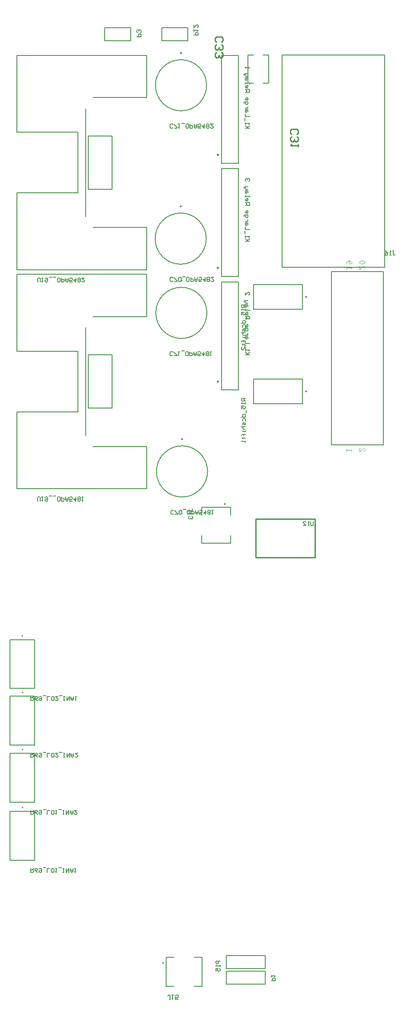
<source format=gbo>
G04*
G04 #@! TF.GenerationSoftware,Altium Limited,Altium Designer,20.0.12 (288)*
G04*
G04 Layer_Color=32896*
%FSLAX25Y25*%
%MOIN*%
G70*
G01*
G75*
%ADD11C,0.00787*%
%ADD12C,0.00500*%
%ADD13C,0.00600*%
%ADD16C,0.01000*%
%ADD17C,0.00591*%
%ADD18C,0.00591*%
%ADD113C,0.00945*%
%ADD114C,0.00787*%
G36*
X271273Y417010D02*
X271294Y417006D01*
X271316Y416999D01*
X271330Y416992D01*
X271341Y416985D01*
X271344Y416981D01*
X271348Y416978D01*
X271362Y416963D01*
X271376Y416946D01*
X271387Y416913D01*
X271391Y416899D01*
X271394Y416888D01*
Y416878D01*
X271391Y416856D01*
X271387Y416834D01*
X271373Y416806D01*
X271355Y416784D01*
X271352Y416781D01*
X271348Y416777D01*
X271330Y416763D01*
X271308Y416756D01*
X271262Y416741D01*
X271240D01*
X271223Y416738D01*
X271212D01*
X271208D01*
X271097D01*
Y414583D01*
X271115D01*
X271223Y414704D01*
X271337Y414830D01*
X271455Y414962D01*
X271581Y415095D01*
X271831Y415363D01*
X271956Y415492D01*
X272075Y415617D01*
X272189Y415735D01*
X272293Y415843D01*
X272386Y415940D01*
X272429Y415982D01*
X272468Y416022D01*
X272504Y416058D01*
X272536Y416093D01*
X272565Y416118D01*
X272587Y416144D01*
X272604Y416161D01*
X272619Y416176D01*
X272626Y416183D01*
X272629Y416187D01*
X272701Y416258D01*
X272766Y416323D01*
X272826Y416383D01*
X272884Y416437D01*
X272934Y416487D01*
X272980Y416530D01*
X273023Y416573D01*
X273063Y416605D01*
X273095Y416638D01*
X273127Y416663D01*
X273149Y416684D01*
X273170Y416702D01*
X273184Y416713D01*
X273199Y416723D01*
X273202Y416731D01*
X273206D01*
X273277Y416784D01*
X273342Y416831D01*
X273403Y416867D01*
X273457Y416899D01*
X273499Y416920D01*
X273532Y416938D01*
X273553Y416946D01*
X273560Y416949D01*
X273621Y416970D01*
X273682Y416985D01*
X273743Y416999D01*
X273797Y417006D01*
X273847Y417010D01*
X273883Y417014D01*
X273897D01*
X273908D01*
X273911D01*
X273915D01*
X274001Y417010D01*
X274083Y416996D01*
X274162Y416978D01*
X274237Y416953D01*
X274309Y416924D01*
X274377Y416892D01*
X274441Y416860D01*
X274498Y416824D01*
X274552Y416788D01*
X274599Y416756D01*
X274638Y416723D01*
X274674Y416695D01*
X274702Y416670D01*
X274720Y416652D01*
X274735Y416638D01*
X274738Y416634D01*
X274803Y416562D01*
X274860Y416487D01*
X274906Y416412D01*
X274949Y416337D01*
X274985Y416258D01*
X275014Y416183D01*
X275039Y416111D01*
X275057Y416043D01*
X275071Y415979D01*
X275085Y415922D01*
X275093Y415868D01*
X275096Y415821D01*
X275100Y415786D01*
X275103Y415761D01*
Y415675D01*
X275096Y415617D01*
X275078Y415499D01*
X275053Y415392D01*
X275039Y415345D01*
X275025Y415299D01*
X275010Y415256D01*
X274996Y415216D01*
X274982Y415184D01*
X274971Y415156D01*
X274960Y415134D01*
X274953Y415116D01*
X274949Y415105D01*
X274946Y415102D01*
X274881Y414994D01*
X274813Y414898D01*
X274738Y414815D01*
X274706Y414776D01*
X274670Y414744D01*
X274638Y414715D01*
X274609Y414690D01*
X274581Y414669D01*
X274559Y414651D01*
X274538Y414636D01*
X274523Y414626D01*
X274516Y414622D01*
X274513Y414618D01*
X274463Y414590D01*
X274416Y414561D01*
X274330Y414518D01*
X274258Y414490D01*
X274198Y414468D01*
X274147Y414457D01*
X274112Y414450D01*
X274090Y414447D01*
X274087D01*
X274083D01*
X274047Y414454D01*
X274015Y414465D01*
X273997Y414475D01*
X273993Y414482D01*
X273990D01*
X273968Y414515D01*
X273958Y414547D01*
Y414558D01*
X273954Y414568D01*
Y414579D01*
X273958Y414615D01*
X273972Y414647D01*
X273983Y414665D01*
X273986Y414672D01*
X273997Y414683D01*
X274011Y414694D01*
X274047Y414712D01*
X274061Y414719D01*
X274076Y414722D01*
X274087Y414726D01*
X274090D01*
X274147Y414744D01*
X274201Y414765D01*
X274305Y414819D01*
X274391Y414876D01*
X274434Y414908D01*
X274470Y414941D01*
X274502Y414969D01*
X274531Y414998D01*
X274556Y415023D01*
X274573Y415044D01*
X274591Y415066D01*
X274602Y415080D01*
X274609Y415087D01*
X274613Y415091D01*
X274649Y415145D01*
X274685Y415202D01*
X274710Y415256D01*
X274735Y415313D01*
X274756Y415367D01*
X274774Y415420D01*
X274799Y415524D01*
X274806Y415571D01*
X274813Y415610D01*
X274817Y415650D01*
X274820Y415682D01*
X274824Y415707D01*
Y415743D01*
X274820Y415818D01*
X274813Y415889D01*
X274799Y415957D01*
X274781Y416025D01*
X274760Y416086D01*
X274735Y416144D01*
X274710Y416197D01*
X274685Y416244D01*
X274659Y416290D01*
X274634Y416326D01*
X274609Y416362D01*
X274588Y416391D01*
X274570Y416412D01*
X274556Y416426D01*
X274548Y416437D01*
X274545Y416441D01*
X274491Y416491D01*
X274437Y416537D01*
X274384Y416577D01*
X274330Y416609D01*
X274276Y416638D01*
X274223Y416663D01*
X274172Y416681D01*
X274122Y416698D01*
X274079Y416709D01*
X274037Y416720D01*
X274001Y416727D01*
X273968Y416731D01*
X273943D01*
X273925Y416734D01*
X273911D01*
X273908D01*
X273857Y416731D01*
X273811Y416727D01*
X273764Y416716D01*
X273725Y416709D01*
X273693Y416698D01*
X273664Y416688D01*
X273650Y416684D01*
X273643Y416681D01*
X273592Y416659D01*
X273539Y416630D01*
X273489Y416598D01*
X273439Y416566D01*
X273396Y416534D01*
X273363Y416512D01*
X273342Y416494D01*
X273338Y416487D01*
X273335D01*
X273299Y416459D01*
X273263Y416426D01*
X273220Y416387D01*
X273177Y416348D01*
X273088Y416262D01*
X273002Y416176D01*
X272959Y416136D01*
X272920Y416097D01*
X272884Y416065D01*
X272855Y416033D01*
X272830Y416008D01*
X272812Y415990D01*
X272798Y415975D01*
X272794Y415972D01*
X272501Y415667D01*
X272354Y415517D01*
X272214Y415370D01*
X272078Y415227D01*
X271949Y415091D01*
X271828Y414959D01*
X271713Y414837D01*
X271609Y414726D01*
X271516Y414622D01*
X271434Y414533D01*
X271394Y414493D01*
X271362Y414457D01*
X271334Y414425D01*
X271305Y414393D01*
X271283Y414371D01*
X271266Y414350D01*
X271251Y414332D01*
X271240Y414321D01*
X271233Y414314D01*
X271230Y414311D01*
X270818D01*
Y417017D01*
X271208D01*
X271240D01*
X271273Y417010D01*
D02*
G37*
G36*
X273392Y561445D02*
X273521Y561438D01*
X273582Y561431D01*
X273636Y561424D01*
X273689Y561417D01*
X273736Y561413D01*
X273779Y561406D01*
X273818Y561399D01*
X273850Y561392D01*
X273879Y561384D01*
X273900Y561381D01*
X273915Y561377D01*
X273925Y561374D01*
X273929D01*
X274004Y561352D01*
X274079Y561324D01*
X274155Y561299D01*
X274223Y561270D01*
X274284Y561245D01*
X274309Y561234D01*
X274330Y561223D01*
X274344Y561216D01*
X274359Y561209D01*
X274366Y561205D01*
X274369D01*
X274455Y561166D01*
X274531Y561127D01*
X274591Y561091D01*
X274641Y561059D01*
X274681Y561034D01*
X274706Y561012D01*
X274724Y560998D01*
X274727Y560994D01*
X274792Y560933D01*
X274846Y560873D01*
X274892Y560808D01*
X274932Y560751D01*
X274964Y560701D01*
X274985Y560658D01*
X274992Y560643D01*
X274999Y560633D01*
X275003Y560626D01*
Y560622D01*
X275035Y560539D01*
X275060Y560457D01*
X275078Y560382D01*
X275093Y560310D01*
X275100Y560246D01*
Y560221D01*
X275103Y560199D01*
Y560156D01*
X275100Y560063D01*
X275085Y559974D01*
X275064Y559888D01*
X275039Y559809D01*
X275007Y559734D01*
X274971Y559662D01*
X274935Y559598D01*
X274896Y559541D01*
X274856Y559487D01*
X274820Y559441D01*
X274785Y559401D01*
X274752Y559369D01*
X274727Y559344D01*
X274706Y559322D01*
X274692Y559312D01*
X274688Y559308D01*
X274584Y559233D01*
X274477Y559165D01*
X274359Y559107D01*
X274240Y559061D01*
X274122Y559018D01*
X274004Y558982D01*
X273886Y558954D01*
X273772Y558932D01*
X273668Y558914D01*
X273568Y558900D01*
X273478Y558893D01*
X273403Y558886D01*
X273371Y558882D01*
X273338D01*
X273313Y558878D01*
X273292D01*
X273274D01*
X273263D01*
X273256D01*
X273252D01*
X272562D01*
X272422Y558882D01*
X272297Y558889D01*
X272236Y558896D01*
X272182Y558904D01*
X272128Y558911D01*
X272082Y558918D01*
X272039Y558921D01*
X271999Y558928D01*
X271967Y558936D01*
X271939Y558943D01*
X271917Y558947D01*
X271903Y558950D01*
X271892Y558954D01*
X271888D01*
X271813Y558975D01*
X271734Y559000D01*
X271659Y559029D01*
X271591Y559054D01*
X271534Y559079D01*
X271509Y559090D01*
X271487Y559100D01*
X271470Y559107D01*
X271455Y559115D01*
X271448Y559118D01*
X271445D01*
X271359Y559161D01*
X271287Y559201D01*
X271226Y559236D01*
X271176Y559269D01*
X271137Y559294D01*
X271112Y559312D01*
X271094Y559326D01*
X271090Y559330D01*
X271026Y559390D01*
X270972Y559451D01*
X270925Y559516D01*
X270886Y559573D01*
X270854Y559623D01*
X270832Y559666D01*
X270825Y559680D01*
X270818Y559691D01*
X270814Y559698D01*
Y559702D01*
X270782Y559784D01*
X270757Y559867D01*
X270743Y559945D01*
X270728Y560017D01*
X270721Y560078D01*
Y560103D01*
X270718Y560124D01*
Y560167D01*
X270721Y560260D01*
X270736Y560350D01*
X270757Y560436D01*
X270782Y560514D01*
X270814Y560590D01*
X270847Y560661D01*
X270886Y560726D01*
X270925Y560783D01*
X270961Y560837D01*
X271001Y560883D01*
X271033Y560923D01*
X271065Y560955D01*
X271090Y560980D01*
X271112Y561001D01*
X271126Y561012D01*
X271129Y561016D01*
X271233Y561091D01*
X271341Y561159D01*
X271459Y561216D01*
X271577Y561266D01*
X271695Y561309D01*
X271813Y561341D01*
X271931Y561370D01*
X272042Y561395D01*
X272150Y561413D01*
X272247Y561427D01*
X272336Y561435D01*
X272411Y561442D01*
X272443Y561445D01*
X272476D01*
X272501Y561449D01*
X272522D01*
X272540D01*
X272551D01*
X272558D01*
X272562D01*
X273252D01*
X273392Y561445D01*
D02*
G37*
G36*
X271273Y557289D02*
X271294Y557285D01*
X271316Y557278D01*
X271330Y557271D01*
X271341Y557264D01*
X271344Y557260D01*
X271348Y557257D01*
X271362Y557242D01*
X271376Y557225D01*
X271387Y557192D01*
X271391Y557178D01*
X271394Y557167D01*
Y557157D01*
X271391Y557135D01*
X271387Y557114D01*
X271373Y557085D01*
X271355Y557063D01*
X271352Y557060D01*
X271348Y557056D01*
X271330Y557042D01*
X271308Y557035D01*
X271262Y557020D01*
X271240D01*
X271223Y557017D01*
X271212D01*
X271208D01*
X271097D01*
Y554862D01*
X271115D01*
X271223Y554983D01*
X271337Y555109D01*
X271455Y555241D01*
X271581Y555374D01*
X271831Y555642D01*
X271956Y555771D01*
X272075Y555896D01*
X272189Y556014D01*
X272293Y556122D01*
X272386Y556218D01*
X272429Y556261D01*
X272468Y556301D01*
X272504Y556337D01*
X272536Y556372D01*
X272565Y556397D01*
X272587Y556423D01*
X272604Y556440D01*
X272619Y556455D01*
X272626Y556462D01*
X272629Y556465D01*
X272701Y556537D01*
X272766Y556602D01*
X272826Y556662D01*
X272884Y556716D01*
X272934Y556766D01*
X272980Y556809D01*
X273023Y556852D01*
X273063Y556884D01*
X273095Y556917D01*
X273127Y556942D01*
X273149Y556963D01*
X273170Y556981D01*
X273184Y556992D01*
X273199Y557002D01*
X273202Y557010D01*
X273206D01*
X273277Y557063D01*
X273342Y557110D01*
X273403Y557146D01*
X273457Y557178D01*
X273499Y557199D01*
X273532Y557217D01*
X273553Y557225D01*
X273560Y557228D01*
X273621Y557249D01*
X273682Y557264D01*
X273743Y557278D01*
X273797Y557285D01*
X273847Y557289D01*
X273883Y557293D01*
X273897D01*
X273908D01*
X273911D01*
X273915D01*
X274001Y557289D01*
X274083Y557275D01*
X274162Y557257D01*
X274237Y557232D01*
X274309Y557203D01*
X274377Y557171D01*
X274441Y557139D01*
X274498Y557103D01*
X274552Y557067D01*
X274599Y557035D01*
X274638Y557002D01*
X274674Y556974D01*
X274702Y556949D01*
X274720Y556931D01*
X274735Y556917D01*
X274738Y556913D01*
X274803Y556841D01*
X274860Y556766D01*
X274906Y556691D01*
X274949Y556616D01*
X274985Y556537D01*
X275014Y556462D01*
X275039Y556390D01*
X275057Y556322D01*
X275071Y556258D01*
X275085Y556201D01*
X275093Y556147D01*
X275096Y556100D01*
X275100Y556065D01*
X275103Y556039D01*
Y555954D01*
X275096Y555896D01*
X275078Y555778D01*
X275053Y555671D01*
X275039Y555624D01*
X275025Y555578D01*
X275010Y555535D01*
X274996Y555495D01*
X274982Y555463D01*
X274971Y555435D01*
X274960Y555413D01*
X274953Y555395D01*
X274949Y555384D01*
X274946Y555381D01*
X274881Y555273D01*
X274813Y555177D01*
X274738Y555094D01*
X274706Y555055D01*
X274670Y555023D01*
X274638Y554994D01*
X274609Y554969D01*
X274581Y554948D01*
X274559Y554930D01*
X274538Y554915D01*
X274523Y554905D01*
X274516Y554901D01*
X274513Y554897D01*
X274463Y554869D01*
X274416Y554840D01*
X274330Y554797D01*
X274258Y554769D01*
X274198Y554747D01*
X274147Y554736D01*
X274112Y554729D01*
X274090Y554726D01*
X274087D01*
X274083D01*
X274047Y554733D01*
X274015Y554743D01*
X273997Y554754D01*
X273993Y554761D01*
X273990D01*
X273968Y554794D01*
X273958Y554826D01*
Y554837D01*
X273954Y554847D01*
Y554858D01*
X273958Y554894D01*
X273972Y554926D01*
X273983Y554944D01*
X273986Y554951D01*
X273997Y554962D01*
X274011Y554973D01*
X274047Y554990D01*
X274061Y554998D01*
X274076Y555001D01*
X274087Y555005D01*
X274090D01*
X274147Y555023D01*
X274201Y555044D01*
X274305Y555098D01*
X274391Y555155D01*
X274434Y555187D01*
X274470Y555220D01*
X274502Y555248D01*
X274531Y555277D01*
X274556Y555302D01*
X274573Y555324D01*
X274591Y555345D01*
X274602Y555359D01*
X274609Y555366D01*
X274613Y555370D01*
X274649Y555424D01*
X274685Y555481D01*
X274710Y555535D01*
X274735Y555592D01*
X274756Y555646D01*
X274774Y555699D01*
X274799Y555803D01*
X274806Y555850D01*
X274813Y555889D01*
X274817Y555929D01*
X274820Y555961D01*
X274824Y555986D01*
Y556022D01*
X274820Y556097D01*
X274813Y556168D01*
X274799Y556236D01*
X274781Y556304D01*
X274760Y556365D01*
X274735Y556423D01*
X274710Y556476D01*
X274685Y556523D01*
X274659Y556569D01*
X274634Y556605D01*
X274609Y556641D01*
X274588Y556670D01*
X274570Y556691D01*
X274556Y556705D01*
X274548Y556716D01*
X274545Y556720D01*
X274491Y556770D01*
X274437Y556816D01*
X274384Y556856D01*
X274330Y556888D01*
X274276Y556917D01*
X274223Y556942D01*
X274172Y556960D01*
X274122Y556978D01*
X274079Y556988D01*
X274037Y556999D01*
X274001Y557006D01*
X273968Y557010D01*
X273943D01*
X273925Y557013D01*
X273911D01*
X273908D01*
X273857Y557010D01*
X273811Y557006D01*
X273764Y556995D01*
X273725Y556988D01*
X273693Y556978D01*
X273664Y556967D01*
X273650Y556963D01*
X273643Y556960D01*
X273592Y556938D01*
X273539Y556909D01*
X273489Y556877D01*
X273439Y556845D01*
X273396Y556813D01*
X273363Y556791D01*
X273342Y556773D01*
X273338Y556766D01*
X273335D01*
X273299Y556738D01*
X273263Y556705D01*
X273220Y556666D01*
X273177Y556627D01*
X273088Y556541D01*
X273002Y556455D01*
X272959Y556415D01*
X272920Y556376D01*
X272884Y556344D01*
X272855Y556312D01*
X272830Y556286D01*
X272812Y556269D01*
X272798Y556254D01*
X272794Y556251D01*
X272501Y555946D01*
X272354Y555796D01*
X272214Y555649D01*
X272078Y555506D01*
X271949Y555370D01*
X271828Y555238D01*
X271713Y555116D01*
X271609Y555005D01*
X271516Y554901D01*
X271434Y554811D01*
X271394Y554772D01*
X271362Y554736D01*
X271334Y554704D01*
X271305Y554672D01*
X271283Y554650D01*
X271266Y554629D01*
X271251Y554611D01*
X271240Y554600D01*
X271233Y554593D01*
X271230Y554590D01*
X270818D01*
Y557296D01*
X271208D01*
X271240D01*
X271273Y557289D01*
D02*
G37*
G36*
X260979Y416878D02*
X261001Y416874D01*
X261029Y416860D01*
X261051Y416842D01*
X261058Y416838D01*
Y416834D01*
X261072Y416817D01*
X261079Y416795D01*
X261094Y416749D01*
Y416727D01*
X261097Y416709D01*
Y415735D01*
X265057D01*
X264652Y414454D01*
X264641Y414425D01*
X264631Y414400D01*
X264620Y414382D01*
X264613Y414368D01*
X264606Y414357D01*
X264598Y414350D01*
X264595Y414343D01*
X264563Y414325D01*
X264534Y414314D01*
X264509Y414311D01*
X264506D01*
X264502D01*
X264480Y414314D01*
X264462Y414318D01*
X264430Y414332D01*
X264409Y414343D01*
X264405Y414350D01*
X264402D01*
X264387Y414368D01*
X264380Y414382D01*
X264366Y414414D01*
X264362Y414436D01*
Y414454D01*
X264366Y414472D01*
X264373Y414504D01*
Y414518D01*
X264377Y414529D01*
X264380Y414536D01*
Y414540D01*
X264670Y415456D01*
X261097D01*
Y414461D01*
X261090Y414432D01*
X261087Y414407D01*
X261079Y414389D01*
X261072Y414371D01*
X261065Y414361D01*
X261062Y414357D01*
X261058Y414354D01*
X261044Y414339D01*
X261026Y414328D01*
X260994Y414318D01*
X260979Y414314D01*
X260968Y414311D01*
X260961D01*
X260958D01*
X260936Y414314D01*
X260915Y414318D01*
X260886Y414332D01*
X260865Y414346D01*
X260861Y414354D01*
X260857D01*
X260843Y414371D01*
X260836Y414393D01*
X260822Y414443D01*
Y414465D01*
X260818Y414479D01*
Y416695D01*
X260822Y416727D01*
X260825Y416759D01*
X260832Y416781D01*
X260840Y416802D01*
X260847Y416817D01*
X260850Y416827D01*
X260857Y416831D01*
Y416834D01*
X260872Y416849D01*
X260890Y416863D01*
X260922Y416874D01*
X260936Y416878D01*
X260947Y416881D01*
X260954D01*
X260958D01*
X260979Y416878D01*
D02*
G37*
G36*
X262977Y561410D02*
X263113Y561402D01*
X263245Y561392D01*
X263367Y561377D01*
X263485Y561359D01*
X263596Y561341D01*
X263700Y561320D01*
X263793Y561302D01*
X263879Y561281D01*
X263954Y561259D01*
X264019Y561241D01*
X264076Y561223D01*
X264119Y561209D01*
X264151Y561198D01*
X264169Y561191D01*
X264176Y561188D01*
X264258Y561155D01*
X264334Y561116D01*
X264409Y561080D01*
X264473Y561041D01*
X264534Y560998D01*
X264591Y560958D01*
X264641Y560919D01*
X264688Y560880D01*
X264731Y560844D01*
X264767Y560808D01*
X264795Y560779D01*
X264821Y560754D01*
X264838Y560729D01*
X264853Y560715D01*
X264860Y560704D01*
X264863Y560701D01*
X264906Y560643D01*
X264942Y560582D01*
X264974Y560522D01*
X265003Y560461D01*
X265024Y560400D01*
X265046Y560343D01*
X265060Y560289D01*
X265075Y560235D01*
X265082Y560189D01*
X265089Y560142D01*
X265096Y560106D01*
X265100Y560071D01*
X265103Y560042D01*
Y560006D01*
X265100Y559909D01*
X265085Y559816D01*
X265064Y559730D01*
X265039Y559648D01*
X265007Y559573D01*
X264971Y559501D01*
X264932Y559437D01*
X264892Y559380D01*
X264853Y559330D01*
X264813Y559283D01*
X264777Y559244D01*
X264745Y559211D01*
X264720Y559186D01*
X264699Y559168D01*
X264685Y559158D01*
X264681Y559154D01*
X264602Y559100D01*
X264520Y559050D01*
X264437Y559007D01*
X264355Y558972D01*
X264276Y558943D01*
X264198Y558918D01*
X264122Y558896D01*
X264054Y558878D01*
X263986Y558864D01*
X263929Y558857D01*
X263875Y558850D01*
X263829Y558843D01*
X263793D01*
X263764Y558839D01*
X263750D01*
X263743D01*
X263679Y558843D01*
X263614Y558846D01*
X263489Y558864D01*
X263374Y558889D01*
X263324Y558904D01*
X263274Y558918D01*
X263231Y558932D01*
X263192Y558947D01*
X263156Y558961D01*
X263127Y558972D01*
X263102Y558982D01*
X263084Y558989D01*
X263073Y558997D01*
X263070D01*
X263013Y559029D01*
X262955Y559061D01*
X262905Y559097D01*
X262859Y559133D01*
X262812Y559168D01*
X262773Y559204D01*
X262737Y559240D01*
X262705Y559272D01*
X262676Y559304D01*
X262651Y559337D01*
X262630Y559362D01*
X262612Y559383D01*
X262597Y559405D01*
X262587Y559419D01*
X262583Y559426D01*
X262579Y559430D01*
X262551Y559480D01*
X262526Y559534D01*
X262483Y559634D01*
X262454Y559727D01*
X262436Y559813D01*
X262429Y559852D01*
X262422Y559884D01*
X262418Y559917D01*
Y559942D01*
X262415Y559963D01*
Y559992D01*
X262418Y560049D01*
X262422Y560106D01*
X262443Y560217D01*
X262476Y560321D01*
X262493Y560368D01*
X262511Y560414D01*
X262526Y560454D01*
X262544Y560489D01*
X262561Y560522D01*
X262576Y560550D01*
X262587Y560572D01*
X262597Y560586D01*
X262601Y560597D01*
X262604Y560600D01*
X262644Y560658D01*
X262683Y560708D01*
X262776Y560808D01*
X262873Y560897D01*
X262966Y560973D01*
X263013Y561005D01*
X263052Y561034D01*
X263088Y561059D01*
X263120Y561080D01*
X263149Y561098D01*
X263166Y561109D01*
X263181Y561116D01*
X263184Y561120D01*
X263095Y561123D01*
X263016Y561127D01*
X262948D01*
X262891Y561130D01*
X262848D01*
X262816D01*
X262798D01*
X262791D01*
X262647Y561123D01*
X262515Y561109D01*
X262386Y561084D01*
X262264Y561052D01*
X262150Y561012D01*
X262046Y560969D01*
X261946Y560923D01*
X261860Y560876D01*
X261777Y560829D01*
X261709Y560783D01*
X261649Y560740D01*
X261598Y560701D01*
X261559Y560668D01*
X261530Y560643D01*
X261513Y560629D01*
X261505Y560622D01*
X261416Y560525D01*
X261337Y560425D01*
X261269Y560321D01*
X261212Y560217D01*
X261162Y560113D01*
X261119Y560013D01*
X261087Y559917D01*
X261058Y559824D01*
X261040Y559734D01*
X261022Y559655D01*
X261011Y559584D01*
X261004Y559523D01*
X261001Y559473D01*
X260997Y559437D01*
Y559405D01*
X261001Y559344D01*
X261008Y559286D01*
X261015Y559233D01*
X261029Y559190D01*
X261040Y559154D01*
X261047Y559126D01*
X261054Y559111D01*
X261058Y559104D01*
X261079Y559054D01*
X261090Y559018D01*
X261094Y559007D01*
Y558968D01*
X261087Y558950D01*
X261076Y558921D01*
X261062Y558900D01*
X261058Y558896D01*
X261054Y558893D01*
X261040Y558878D01*
X261026Y558871D01*
X260994Y558857D01*
X260972Y558853D01*
X260965D01*
X260961D01*
X260933Y558857D01*
X260908Y558868D01*
X260886Y558882D01*
X260865Y558896D01*
X260850Y558911D01*
X260840Y558925D01*
X260832Y558936D01*
X260829Y558939D01*
X260793Y559015D01*
X260764Y559097D01*
X260747Y559176D01*
X260732Y559254D01*
X260725Y559322D01*
X260721Y559351D01*
Y559376D01*
X260718Y559398D01*
Y559426D01*
X260721Y559512D01*
X260729Y559594D01*
X260736Y559677D01*
X260750Y559756D01*
X260764Y559831D01*
X260782Y559902D01*
X260804Y559970D01*
X260822Y560035D01*
X260840Y560092D01*
X260861Y560142D01*
X260879Y560189D01*
X260893Y560228D01*
X260908Y560257D01*
X260918Y560282D01*
X260922Y560296D01*
X260926Y560300D01*
X260990Y560411D01*
X261054Y560514D01*
X261122Y560611D01*
X261158Y560650D01*
X261190Y560690D01*
X261219Y560726D01*
X261248Y560758D01*
X261269Y560787D01*
X261291Y560808D01*
X261309Y560826D01*
X261323Y560840D01*
X261330Y560847D01*
X261334Y560851D01*
X261427Y560937D01*
X261520Y561012D01*
X261606Y561077D01*
X261684Y561130D01*
X261720Y561152D01*
X261752Y561170D01*
X261781Y561188D01*
X261803Y561198D01*
X261824Y561209D01*
X261838Y561216D01*
X261845Y561223D01*
X261849D01*
X261924Y561256D01*
X262003Y561288D01*
X262085Y561313D01*
X262171Y561334D01*
X262336Y561367D01*
X262415Y561381D01*
X262490Y561388D01*
X262561Y561399D01*
X262630Y561402D01*
X262687Y561406D01*
X262737Y561410D01*
X262780Y561413D01*
X262812D01*
X262830D01*
X262837D01*
X262977Y561410D01*
D02*
G37*
G36*
X260979Y557157D02*
X261001Y557153D01*
X261029Y557139D01*
X261051Y557121D01*
X261058Y557117D01*
Y557114D01*
X261072Y557096D01*
X261079Y557074D01*
X261094Y557028D01*
Y557006D01*
X261097Y556988D01*
Y556014D01*
X265057D01*
X264652Y554733D01*
X264641Y554704D01*
X264631Y554679D01*
X264620Y554661D01*
X264613Y554647D01*
X264606Y554636D01*
X264598Y554629D01*
X264595Y554622D01*
X264563Y554604D01*
X264534Y554593D01*
X264509Y554590D01*
X264506D01*
X264502D01*
X264480Y554593D01*
X264462Y554597D01*
X264430Y554611D01*
X264409Y554622D01*
X264405Y554629D01*
X264402D01*
X264387Y554647D01*
X264380Y554661D01*
X264366Y554693D01*
X264362Y554715D01*
Y554733D01*
X264366Y554751D01*
X264373Y554783D01*
Y554797D01*
X264377Y554808D01*
X264380Y554815D01*
Y554819D01*
X264670Y555735D01*
X261097D01*
Y554740D01*
X261090Y554711D01*
X261087Y554686D01*
X261079Y554668D01*
X261072Y554650D01*
X261065Y554640D01*
X261062Y554636D01*
X261058Y554633D01*
X261044Y554618D01*
X261026Y554607D01*
X260994Y554597D01*
X260979Y554593D01*
X260968Y554590D01*
X260961D01*
X260958D01*
X260936Y554593D01*
X260915Y554597D01*
X260886Y554611D01*
X260865Y554625D01*
X260861Y554633D01*
X260857D01*
X260843Y554650D01*
X260836Y554672D01*
X260822Y554722D01*
Y554743D01*
X260818Y554758D01*
Y556974D01*
X260822Y557006D01*
X260825Y557038D01*
X260832Y557060D01*
X260840Y557081D01*
X260847Y557096D01*
X260850Y557106D01*
X260857Y557110D01*
Y557114D01*
X260872Y557128D01*
X260890Y557142D01*
X260922Y557153D01*
X260936Y557157D01*
X260947Y557160D01*
X260954D01*
X260958D01*
X260979Y557157D01*
D02*
G37*
%LPC*%
G36*
X273285Y561170D02*
X273256D01*
X273235D01*
X273220D01*
X273217D01*
X272601D01*
X272483Y561166D01*
X272368Y561159D01*
X272261Y561145D01*
X272153Y561127D01*
X272057Y561109D01*
X271964Y561084D01*
X271878Y561062D01*
X271799Y561037D01*
X271727Y561012D01*
X271663Y560987D01*
X271609Y560962D01*
X271563Y560944D01*
X271527Y560926D01*
X271498Y560912D01*
X271484Y560905D01*
X271477Y560901D01*
X271391Y560851D01*
X271319Y560794D01*
X271255Y560736D01*
X271198Y560676D01*
X271151Y560615D01*
X271112Y560554D01*
X271079Y560493D01*
X271054Y560436D01*
X271036Y560382D01*
X271022Y560328D01*
X271011Y560285D01*
X271004Y560246D01*
X271001Y560214D01*
X270997Y560189D01*
Y560167D01*
X271001Y560081D01*
X271015Y559999D01*
X271033Y559927D01*
X271058Y559863D01*
X271079Y559809D01*
X271087Y559788D01*
X271097Y559770D01*
X271104Y559756D01*
X271112Y559745D01*
X271115Y559741D01*
Y559738D01*
X271147Y559691D01*
X271180Y559648D01*
X271215Y559609D01*
X271244Y559580D01*
X271273Y559555D01*
X271294Y559537D01*
X271308Y559526D01*
X271312Y559523D01*
X271394Y559469D01*
X271484Y559423D01*
X271573Y559380D01*
X271663Y559344D01*
X271702Y559326D01*
X271742Y559312D01*
X271774Y559297D01*
X271803Y559290D01*
X271828Y559279D01*
X271846Y559272D01*
X271856Y559269D01*
X271860D01*
X271989Y559233D01*
X272121Y559204D01*
X272247Y559186D01*
X272304Y559179D01*
X272361Y559172D01*
X272411Y559168D01*
X272458Y559165D01*
X272497Y559161D01*
X272533D01*
X272562Y559158D01*
X272583D01*
X272597D01*
X272601D01*
X273217D01*
X273335Y559161D01*
X273449Y559168D01*
X273557Y559179D01*
X273661Y559197D01*
X273761Y559219D01*
X273854Y559240D01*
X273940Y559265D01*
X274019Y559290D01*
X274090Y559315D01*
X274151Y559337D01*
X274205Y559362D01*
X274251Y559380D01*
X274287Y559398D01*
X274316Y559412D01*
X274330Y559419D01*
X274337Y559423D01*
X274423Y559476D01*
X274498Y559530D01*
X274563Y559591D01*
X274616Y559652D01*
X274663Y559713D01*
X274702Y559773D01*
X274735Y559834D01*
X274763Y559892D01*
X274781Y559945D01*
X274799Y559999D01*
X274810Y560042D01*
X274817Y560081D01*
X274820Y560113D01*
X274824Y560139D01*
Y560160D01*
X274820Y560246D01*
X274806Y560325D01*
X274785Y560400D01*
X274763Y560461D01*
X274742Y560514D01*
X274731Y560536D01*
X274720Y560554D01*
X274713Y560568D01*
X274706Y560579D01*
X274702Y560582D01*
Y560586D01*
X274670Y560636D01*
X274634Y560679D01*
X274602Y560715D01*
X274570Y560747D01*
X274541Y560772D01*
X274520Y560790D01*
X274505Y560801D01*
X274502Y560805D01*
X274419Y560855D01*
X274330Y560901D01*
X274240Y560944D01*
X274151Y560984D01*
X274112Y560998D01*
X274072Y561012D01*
X274040Y561026D01*
X274011Y561037D01*
X273986Y561044D01*
X273968Y561052D01*
X273958Y561055D01*
X273954D01*
X273825Y561094D01*
X273696Y561123D01*
X273571Y561141D01*
X273514Y561148D01*
X273457Y561155D01*
X273406Y561159D01*
X273360Y561163D01*
X273321Y561166D01*
X273285Y561170D01*
D02*
G37*
G36*
X263657Y561066D02*
X263653D01*
X263582Y561030D01*
X263517Y560994D01*
X263460Y560962D01*
X263406Y560930D01*
X263356Y560901D01*
X263313Y560876D01*
X263274Y560851D01*
X263242Y560829D01*
X263210Y560812D01*
X263184Y560794D01*
X263166Y560779D01*
X263149Y560769D01*
X263134Y560758D01*
X263127Y560754D01*
X263124Y560747D01*
X263120D01*
X263045Y560683D01*
X262980Y560618D01*
X262923Y560557D01*
X262880Y560504D01*
X262844Y560457D01*
X262819Y560418D01*
X262808Y560403D01*
X262801Y560393D01*
X262798Y560389D01*
Y560386D01*
X262762Y560314D01*
X262737Y560242D01*
X262719Y560178D01*
X262708Y560117D01*
X262701Y560067D01*
X262694Y560028D01*
Y559995D01*
X262698Y559931D01*
X262708Y559870D01*
X262723Y559813D01*
X262740Y559756D01*
X262787Y559652D01*
X262816Y559605D01*
X262844Y559562D01*
X262869Y559523D01*
X262898Y559491D01*
X262923Y559458D01*
X262945Y559433D01*
X262963Y559415D01*
X262977Y559398D01*
X262987Y559390D01*
X262991Y559387D01*
X263048Y559340D01*
X263109Y559297D01*
X263174Y559262D01*
X263238Y559233D01*
X263299Y559204D01*
X263363Y559183D01*
X263424Y559165D01*
X263485Y559151D01*
X263539Y559140D01*
X263589Y559133D01*
X263635Y559126D01*
X263675Y559122D01*
X263707D01*
X263729Y559118D01*
X263747D01*
X263750D01*
X263836Y559122D01*
X263918Y559129D01*
X263997Y559143D01*
X264069Y559161D01*
X264137Y559179D01*
X264201Y559204D01*
X264258Y559229D01*
X264312Y559254D01*
X264359Y559279D01*
X264402Y559301D01*
X264437Y559326D01*
X264466Y559344D01*
X264488Y559362D01*
X264506Y559376D01*
X264516Y559383D01*
X264520Y559387D01*
X264574Y559441D01*
X264620Y559491D01*
X264659Y559544D01*
X264695Y559598D01*
X264724Y559652D01*
X264749Y559705D01*
X264770Y559756D01*
X264785Y559802D01*
X264799Y559845D01*
X264810Y559888D01*
X264813Y559924D01*
X264821Y559952D01*
Y559977D01*
X264824Y559999D01*
Y560013D01*
X264821Y560078D01*
X264813Y560142D01*
X264803Y560199D01*
X264785Y560257D01*
X264767Y560310D01*
X264745Y560360D01*
X264724Y560407D01*
X264702Y560450D01*
X264677Y560489D01*
X264656Y560525D01*
X264634Y560554D01*
X264616Y560579D01*
X264598Y560600D01*
X264588Y560615D01*
X264581Y560622D01*
X264577Y560626D01*
X264527Y560676D01*
X264466Y560722D01*
X264402Y560765D01*
X264330Y560805D01*
X264255Y560844D01*
X264180Y560880D01*
X264026Y560944D01*
X263951Y560973D01*
X263882Y560998D01*
X263818Y561016D01*
X263764Y561034D01*
X263718Y561048D01*
X263682Y561059D01*
X263661Y561062D01*
X263657Y561066D01*
D02*
G37*
%LPD*%
D11*
X133820Y721326D02*
G03*
X133820Y721326I-591J0D01*
G01*
D02*
G03*
X133820Y721326I-591J0D01*
G01*
X134070Y546169D02*
G03*
X134070Y546169I-591J0D01*
G01*
D02*
G03*
X134070Y546169I-591J0D01*
G01*
X133570Y603326D02*
G03*
X133570Y603326I-591J0D01*
G01*
D02*
G03*
X133570Y603326I-591J0D01*
G01*
X134570Y424168D02*
G03*
X134570Y424168I-591J0D01*
G01*
D02*
G03*
X134570Y424168I-591J0D01*
G01*
X230027Y533576D02*
G03*
X230027Y533576I-394J0D01*
G01*
Y460976D02*
G03*
X230027Y460976I-394J0D01*
G01*
X119755Y21028D02*
G03*
X119755Y21028I-394J0D01*
G01*
X167374Y374294D02*
G03*
X167374Y374294I-394J0D01*
G01*
X11444Y140586D02*
G03*
X11444Y140586I-394J0D01*
G01*
Y185271D02*
G03*
X11444Y185271I-394J0D01*
G01*
Y229267D02*
G03*
X11444Y229267I-394J0D01*
G01*
Y272771D02*
G03*
X11444Y272771I-394J0D01*
G01*
X168066Y16752D02*
X198066D01*
X168066D02*
Y26752D01*
X198066D01*
Y16752D02*
Y26752D01*
X121920Y3016D02*
Y25535D01*
X149440Y3016D02*
Y25535D01*
X121920Y3016D02*
X127845D01*
X143515D02*
X149440D01*
X143515Y25535D02*
X149440D01*
X121920D02*
X127845D01*
X171488Y365810D02*
Y371735D01*
Y344216D02*
Y350141D01*
X148968Y344216D02*
Y350141D01*
Y365810D02*
Y371735D01*
Y344216D02*
X171488D01*
X148968Y371735D02*
X171488D01*
D12*
X152915Y696476D02*
G03*
X152915Y696476I-19685J0D01*
G01*
X153165Y521318D02*
G03*
X153165Y521318I-19685J0D01*
G01*
X152665Y578476D02*
G03*
X152665Y578476I-19685J0D01*
G01*
X153665Y399318D02*
G03*
X153665Y399318I-19685J0D01*
G01*
X200696Y697949D02*
Y719602D01*
X184948Y697949D02*
Y719602D01*
X189279D01*
X196365D02*
X200696D01*
X184948Y697949D02*
X189279D01*
X196365D02*
X200696D01*
X226740Y524087D02*
Y543103D01*
X189220D02*
X226740D01*
X189220Y524087D02*
Y543103D01*
Y524087D02*
X226740D01*
Y451487D02*
Y470503D01*
X189220D02*
X226740D01*
X189220Y451487D02*
Y470503D01*
Y451487D02*
X226740D01*
D13*
X289992Y556383D02*
Y719768D01*
X211252Y556383D02*
Y719768D01*
Y556383D02*
X289992D01*
X211252Y719768D02*
X289992D01*
X167972Y4843D02*
Y14842D01*
Y4843D02*
X197972D01*
Y14842D01*
X167972D02*
X197972D01*
X118480Y730876D02*
X138480D01*
X118480D02*
Y740876D01*
X138480D01*
Y730876D02*
Y740876D01*
X74480Y730876D02*
X94480D01*
X74480D02*
Y740876D01*
X94480D01*
Y730876D02*
Y740876D01*
X1523Y137692D02*
X20539D01*
X1523Y100172D02*
Y137692D01*
Y100172D02*
X20539D01*
Y137692D01*
X1523Y182377D02*
X20539D01*
X1523Y144858D02*
Y182377D01*
Y144858D02*
X20539D01*
Y182377D01*
X1523Y226373D02*
X20539D01*
X1523Y188854D02*
Y226373D01*
Y188854D02*
X20539D01*
Y226373D01*
X1523Y269877D02*
X20539D01*
X1523Y232358D02*
Y269877D01*
Y232358D02*
X20539D01*
Y269877D01*
X164480Y461976D02*
X177480D01*
X164480D02*
Y544976D01*
X177480D01*
Y461976D02*
Y544976D01*
X164480Y636476D02*
X177480D01*
X164480D02*
Y719476D01*
X177480D01*
Y636476D02*
Y719476D01*
X164480Y549476D02*
X177480D01*
X164480D02*
Y632476D01*
X177480D01*
Y549476D02*
Y632476D01*
X65423Y686976D02*
X106880D01*
X59951Y595519D02*
Y678432D01*
X6880Y660263D02*
Y719476D01*
Y660263D02*
X53770D01*
Y613688D02*
Y660263D01*
X6880Y613688D02*
X53770D01*
X6880Y554476D02*
Y613688D01*
Y554476D02*
X106880D01*
Y586976D01*
X65423D02*
X106880D01*
Y686976D02*
Y719476D01*
X6880D02*
X106880D01*
X80180Y616476D02*
Y657476D01*
X61680Y616476D02*
X80180D01*
X61680D02*
Y657476D01*
X80180D01*
X65423Y518476D02*
X106880D01*
X59951Y427019D02*
Y509932D01*
X6880Y491763D02*
Y550976D01*
Y491763D02*
X53770D01*
Y445188D02*
Y491763D01*
X6880Y445188D02*
X53770D01*
X6880Y385976D02*
Y445188D01*
Y385976D02*
X106880D01*
Y418476D01*
X65423D02*
X106880D01*
Y518476D02*
Y550976D01*
X6880D02*
X106880D01*
X80180Y447976D02*
Y488976D01*
X61680Y447976D02*
X80180D01*
X61680D02*
Y488976D01*
X80180D01*
D16*
X190934Y333188D02*
X236603D01*
Y362715D01*
X190934D02*
X236603D01*
X190934Y333188D02*
Y362715D01*
X160574Y729627D02*
X159574Y730627D01*
Y732626D01*
X160574Y733626D01*
X164572D01*
X165572Y732626D01*
Y730627D01*
X164572Y729627D01*
X160574Y727628D02*
X159574Y726628D01*
Y724628D01*
X160574Y723629D01*
X161573D01*
X162573Y724628D01*
Y725628D01*
Y724628D01*
X163573Y723629D01*
X164572D01*
X165572Y724628D01*
Y726628D01*
X164572Y727628D01*
X160574Y721629D02*
X159574Y720630D01*
Y718630D01*
X160574Y717631D01*
X161573D01*
X162573Y718630D01*
Y719630D01*
Y718630D01*
X163573Y717631D01*
X164572D01*
X165572Y718630D01*
Y720630D01*
X164572Y721629D01*
X218374Y658927D02*
X217374Y659927D01*
Y661926D01*
X218374Y662926D01*
X222372D01*
X223372Y661926D01*
Y659927D01*
X222372Y658927D01*
X218374Y656927D02*
X217374Y655928D01*
Y653929D01*
X218374Y652929D01*
X219373D01*
X220373Y653929D01*
Y654928D01*
Y653929D01*
X221373Y652929D01*
X222372D01*
X223372Y653929D01*
Y655928D01*
X222372Y656927D01*
X223372Y650929D02*
Y648930D01*
Y649930D01*
X217374D01*
X218374Y650929D01*
D17*
X163291Y22540D02*
X160143D01*
Y20966D01*
X160668Y20441D01*
X161717D01*
X162242Y20966D01*
Y22540D01*
X163291Y19392D02*
Y18342D01*
Y18867D01*
X160143D01*
X160668Y19392D01*
X160143Y14669D02*
Y16768D01*
X161717D01*
X161192Y15718D01*
Y15193D01*
X161717Y14669D01*
X162767D01*
X163291Y15193D01*
Y16243D01*
X162767Y16768D01*
D18*
X235165Y360845D02*
Y358221D01*
X234640Y357696D01*
X233591D01*
X233066Y358221D01*
Y360845D01*
X232017Y357696D02*
X230967D01*
X231492D01*
Y360845D01*
X232017Y360320D01*
X227294Y357696D02*
X229393D01*
X227294Y359795D01*
Y360320D01*
X227818Y360845D01*
X228868D01*
X229393Y360320D01*
X296159Y568999D02*
X297209D01*
X296684D01*
Y566375D01*
X297209Y565850D01*
X297733D01*
X298258Y566375D01*
X295110Y565850D02*
X294060D01*
X294585D01*
Y568999D01*
X295110Y568474D01*
X290387Y568999D02*
X291436Y568474D01*
X292486Y567425D01*
Y566375D01*
X291961Y565850D01*
X290912D01*
X290387Y566375D01*
Y566900D01*
X290912Y567425D01*
X292486D01*
X127039Y664014D02*
X126514Y663490D01*
X125464D01*
X124940Y664014D01*
Y666114D01*
X125464Y666638D01*
X126514D01*
X127039Y666114D01*
X128088Y663490D02*
X130187D01*
Y664014D01*
X128088Y666114D01*
Y666638D01*
X131237D02*
X132286D01*
X131762D01*
Y663490D01*
X131237Y664014D01*
X133861Y667163D02*
X135960D01*
X138583Y663490D02*
X137534D01*
X137009Y664014D01*
Y666114D01*
X137534Y666638D01*
X138583D01*
X139108Y666114D01*
Y664014D01*
X138583Y663490D01*
X140158Y666638D02*
Y663490D01*
X141732D01*
X142257Y664014D01*
Y665064D01*
X141732Y665589D01*
X140158D01*
X143306Y666638D02*
Y664539D01*
X144356Y663490D01*
X145405Y664539D01*
Y666638D01*
Y665064D01*
X143306D01*
X148554Y663490D02*
X146455D01*
Y665064D01*
X147504Y664539D01*
X148029D01*
X148554Y665064D01*
Y666114D01*
X148029Y666638D01*
X146980D01*
X146455Y666114D01*
X151178Y666638D02*
Y663490D01*
X149603Y665064D01*
X151702D01*
X152752Y664014D02*
X153277Y663490D01*
X154326D01*
X154851Y664014D01*
Y664539D01*
X154326Y665064D01*
X154851Y665589D01*
Y666114D01*
X154326Y666638D01*
X153277D01*
X152752Y666114D01*
Y665589D01*
X153277Y665064D01*
X152752Y664539D01*
Y664014D01*
X153277Y665064D02*
X154326D01*
X158000Y666638D02*
X155901D01*
X158000Y664539D01*
Y664014D01*
X157475Y663490D01*
X156425D01*
X155901Y664014D01*
X126814Y488857D02*
X126289Y488332D01*
X125239D01*
X124715Y488857D01*
Y490956D01*
X125239Y491481D01*
X126289D01*
X126814Y490956D01*
X127863Y488332D02*
X129962D01*
Y488857D01*
X127863Y490956D01*
Y491481D01*
X131012D02*
X132061D01*
X131537D01*
Y488332D01*
X131012Y488857D01*
X133636Y492006D02*
X135735D01*
X138358Y488332D02*
X137309D01*
X136784Y488857D01*
Y490956D01*
X137309Y491481D01*
X138358D01*
X138883Y490956D01*
Y488857D01*
X138358Y488332D01*
X139933Y491481D02*
Y488332D01*
X141507D01*
X142032Y488857D01*
Y489907D01*
X141507Y490431D01*
X139933D01*
X143081Y491481D02*
Y489382D01*
X144131Y488332D01*
X145180Y489382D01*
Y491481D01*
Y489907D01*
X143081D01*
X148329Y488332D02*
X146230D01*
Y489907D01*
X147280Y489382D01*
X147804D01*
X148329Y489907D01*
Y490956D01*
X147804Y491481D01*
X146755D01*
X146230Y490956D01*
X150953Y491481D02*
Y488332D01*
X149379Y489907D01*
X151478D01*
X152527Y488857D02*
X153052Y488332D01*
X154101D01*
X154626Y488857D01*
Y489382D01*
X154101Y489907D01*
X154626Y490431D01*
Y490956D01*
X154101Y491481D01*
X153052D01*
X152527Y490956D01*
Y490431D01*
X153052Y489907D01*
X152527Y489382D01*
Y488857D01*
X153052Y489907D02*
X154101D01*
X155676Y491481D02*
X156725D01*
X156201D01*
Y488332D01*
X155676Y488857D01*
X127026Y546014D02*
X126501Y545490D01*
X125452D01*
X124927Y546014D01*
Y548114D01*
X125452Y548638D01*
X126501D01*
X127026Y548114D01*
X128076Y545490D02*
X130175D01*
Y546014D01*
X128076Y548114D01*
Y548638D01*
X131224Y546014D02*
X131749Y545490D01*
X132799D01*
X133323Y546014D01*
Y548114D01*
X132799Y548638D01*
X131749D01*
X131224Y548114D01*
Y546014D01*
X134373Y549163D02*
X136472D01*
X139096Y545490D02*
X138046D01*
X137521Y546014D01*
Y548114D01*
X138046Y548638D01*
X139096D01*
X139620Y548114D01*
Y546014D01*
X139096Y545490D01*
X140670Y548638D02*
Y545490D01*
X142244D01*
X142769Y546014D01*
Y547064D01*
X142244Y547589D01*
X140670D01*
X143818Y548638D02*
Y546539D01*
X144868Y545490D01*
X145918Y546539D01*
Y548638D01*
Y547064D01*
X143818D01*
X149066Y545490D02*
X146967D01*
Y547064D01*
X148017Y546539D01*
X148541D01*
X149066Y547064D01*
Y548114D01*
X148541Y548638D01*
X147492D01*
X146967Y548114D01*
X151690Y548638D02*
Y545490D01*
X150116Y547064D01*
X152215D01*
X153264Y546014D02*
X153789Y545490D01*
X154839D01*
X155363Y546014D01*
Y546539D01*
X154839Y547064D01*
X155363Y547589D01*
Y548114D01*
X154839Y548638D01*
X153789D01*
X153264Y548114D01*
Y547589D01*
X153789Y547064D01*
X153264Y546539D01*
Y546014D01*
X153789Y547064D02*
X154839D01*
X158512Y548638D02*
X156413D01*
X158512Y546539D01*
Y546014D01*
X157987Y545490D01*
X156938D01*
X156413Y546014D01*
X127551Y366857D02*
X127026Y366332D01*
X125977D01*
X125452Y366857D01*
Y368956D01*
X125977Y369481D01*
X127026D01*
X127551Y368956D01*
X128601Y366332D02*
X130700D01*
Y366857D01*
X128601Y368956D01*
Y369481D01*
X131749Y366857D02*
X132274Y366332D01*
X133324D01*
X133848Y366857D01*
Y368956D01*
X133324Y369481D01*
X132274D01*
X131749Y368956D01*
Y366857D01*
X134898Y370006D02*
X136997D01*
X139621Y366332D02*
X138571D01*
X138046Y366857D01*
Y368956D01*
X138571Y369481D01*
X139621D01*
X140146Y368956D01*
Y366857D01*
X139621Y366332D01*
X141195Y369481D02*
Y366332D01*
X142769D01*
X143294Y366857D01*
Y367906D01*
X142769Y368431D01*
X141195D01*
X144344Y369481D02*
Y367382D01*
X145393Y366332D01*
X146443Y367382D01*
Y369481D01*
Y367906D01*
X144344D01*
X149591Y366332D02*
X147492D01*
Y367906D01*
X148542Y367382D01*
X149066D01*
X149591Y367906D01*
Y368956D01*
X149066Y369481D01*
X148017D01*
X147492Y368956D01*
X152215Y369481D02*
Y366332D01*
X150641Y367906D01*
X152740D01*
X153789Y366857D02*
X154314Y366332D01*
X155364D01*
X155888Y366857D01*
Y367382D01*
X155364Y367906D01*
X155888Y368431D01*
Y368956D01*
X155364Y369481D01*
X154314D01*
X153789Y368956D01*
Y368431D01*
X154314Y367906D01*
X153789Y367382D01*
Y366857D01*
X154314Y367906D02*
X155364D01*
X156938Y369481D02*
X157987D01*
X157463D01*
Y366332D01*
X156938Y366857D01*
X125191Y-6848D02*
X124141D01*
X124666D01*
Y-4224D01*
X124141Y-3699D01*
X123616D01*
X123092Y-4224D01*
X126240Y-3699D02*
X127290D01*
X126765D01*
Y-6848D01*
X126240Y-6323D01*
X130963Y-6848D02*
X128864D01*
Y-5273D01*
X129914Y-5798D01*
X130438D01*
X130963Y-5273D01*
Y-4224D01*
X130438Y-3699D01*
X129389D01*
X128864Y-4224D01*
X139104Y368465D02*
Y369514D01*
Y368989D01*
X141728D01*
X142253Y369514D01*
Y370039D01*
X141728Y370564D01*
X142253Y367415D02*
Y366366D01*
Y366890D01*
X139104D01*
X139629Y367415D01*
Y364791D02*
X139104Y364267D01*
Y363217D01*
X139629Y362692D01*
X140154D01*
X140679Y363217D01*
Y363742D01*
Y363217D01*
X141204Y362692D01*
X141728D01*
X142253Y363217D01*
Y364267D01*
X141728Y364791D01*
X182942Y527554D02*
X179794D01*
Y525979D01*
X180319Y525454D01*
X181368D01*
X181893Y525979D01*
Y527554D01*
Y526504D02*
X182942Y525454D01*
Y524405D02*
Y523355D01*
Y523880D01*
X179794D01*
X180319Y524405D01*
X179794Y519682D02*
Y521781D01*
X181368D01*
X180843Y520731D01*
Y520207D01*
X181368Y519682D01*
X182418D01*
X182942Y520207D01*
Y521256D01*
X182418Y521781D01*
X183467Y518633D02*
Y516533D01*
X179794Y513385D02*
X182942D01*
Y514959D01*
X182418Y515484D01*
X181368D01*
X180843Y514959D01*
Y513385D01*
Y510236D02*
Y511811D01*
X181368Y512335D01*
X182418D01*
X182942Y511811D01*
Y510236D01*
Y509187D02*
Y507612D01*
X182418Y507088D01*
X181893Y507612D01*
Y508662D01*
X181368Y509187D01*
X180843Y508662D01*
Y507088D01*
X179794Y506038D02*
X182942D01*
X181368D01*
X180843Y505513D01*
Y504464D01*
X181368Y503939D01*
X182942D01*
Y502890D02*
Y501840D01*
Y502365D01*
X180843D01*
Y502890D01*
X182942Y499741D02*
X180319D01*
X181368D01*
Y500266D01*
Y499216D01*
Y499741D01*
X180319D01*
X179794Y499216D01*
X180319Y497117D02*
X180843D01*
Y497642D01*
Y496592D01*
Y497117D01*
X182418D01*
X182942Y496592D01*
Y492919D02*
Y495018D01*
X180843Y492919D01*
X180319D01*
X179794Y493444D01*
Y494493D01*
X180319Y495018D01*
X182942Y455428D02*
X179794D01*
Y453854D01*
X180319Y453329D01*
X181368D01*
X181893Y453854D01*
Y455428D01*
Y454379D02*
X182942Y453329D01*
Y452280D02*
Y451230D01*
Y451755D01*
X179794D01*
X180319Y452280D01*
X179794Y447557D02*
Y449656D01*
X181368D01*
X180843Y448606D01*
Y448082D01*
X181368Y447557D01*
X182418D01*
X182942Y448082D01*
Y449131D01*
X182418Y449656D01*
X183467Y446507D02*
Y444408D01*
X179794Y441260D02*
X182942D01*
Y442834D01*
X182418Y443359D01*
X181368D01*
X180843Y442834D01*
Y441260D01*
Y438111D02*
Y439685D01*
X181368Y440210D01*
X182418D01*
X182942Y439685D01*
Y438111D01*
Y437062D02*
Y435487D01*
X182418Y434963D01*
X181893Y435487D01*
Y436537D01*
X181368Y437062D01*
X180843Y436537D01*
Y434963D01*
X179794Y433913D02*
X182942D01*
X181368D01*
X180843Y433388D01*
Y432339D01*
X181368Y431814D01*
X182942D01*
Y430764D02*
Y429715D01*
Y430240D01*
X180843D01*
Y430764D01*
X182942Y427616D02*
X180319D01*
X181368D01*
Y428141D01*
Y427091D01*
Y427616D01*
X180319D01*
X179794Y427091D01*
X180319Y424992D02*
X180843D01*
Y425517D01*
Y424467D01*
Y424992D01*
X182418D01*
X182942Y424467D01*
Y422893D02*
Y421843D01*
Y422368D01*
X179794D01*
X180319Y422893D01*
X22739Y545090D02*
Y547714D01*
X23264Y548238D01*
X24314D01*
X24838Y547714D01*
Y545090D01*
X25888Y548238D02*
X26937D01*
X26413D01*
Y545090D01*
X25888Y545614D01*
X28512Y547714D02*
X29037Y548238D01*
X30086D01*
X30611Y547714D01*
Y545614D01*
X30086Y545090D01*
X29037D01*
X28512Y545614D01*
Y546139D01*
X29037Y546664D01*
X30611D01*
X31660Y548763D02*
X33759D01*
X34809D02*
X36908D01*
X39532Y545090D02*
X38482D01*
X37958Y545614D01*
Y547714D01*
X38482Y548238D01*
X39532D01*
X40057Y547714D01*
Y545614D01*
X39532Y545090D01*
X41106Y548238D02*
Y545090D01*
X42680D01*
X43205Y545614D01*
Y546664D01*
X42680Y547189D01*
X41106D01*
X44255Y548238D02*
Y546139D01*
X45304Y545090D01*
X46354Y546139D01*
Y548238D01*
Y546664D01*
X44255D01*
X49502Y545090D02*
X47403D01*
Y546664D01*
X48453Y546139D01*
X48978D01*
X49502Y546664D01*
Y547714D01*
X48978Y548238D01*
X47928D01*
X47403Y547714D01*
X52126Y548238D02*
Y545090D01*
X50552Y546664D01*
X52651D01*
X53700Y545614D02*
X54225Y545090D01*
X55275D01*
X55800Y545614D01*
Y546139D01*
X55275Y546664D01*
X55800Y547189D01*
Y547714D01*
X55275Y548238D01*
X54225D01*
X53700Y547714D01*
Y547189D01*
X54225Y546664D01*
X53700Y546139D01*
Y545614D01*
X54225Y546664D02*
X55275D01*
X58948Y548238D02*
X56849D01*
X58948Y546139D01*
Y545614D01*
X58423Y545090D01*
X57374D01*
X56849Y545614D01*
X22739Y376590D02*
Y379214D01*
X23264Y379738D01*
X24314D01*
X24838Y379214D01*
Y376590D01*
X25888Y379738D02*
X26937D01*
X26413D01*
Y376590D01*
X25888Y377115D01*
X28512Y379214D02*
X29037Y379738D01*
X30086D01*
X30611Y379214D01*
Y377115D01*
X30086Y376590D01*
X29037D01*
X28512Y377115D01*
Y377639D01*
X29037Y378164D01*
X30611D01*
X31660Y380263D02*
X33759D01*
X34809D02*
X36908D01*
X39532Y376590D02*
X38482D01*
X37958Y377115D01*
Y379214D01*
X38482Y379738D01*
X39532D01*
X40057Y379214D01*
Y377115D01*
X39532Y376590D01*
X41106Y379738D02*
Y376590D01*
X42680D01*
X43205Y377115D01*
Y378164D01*
X42680Y378689D01*
X41106D01*
X44255Y379738D02*
Y377639D01*
X45304Y376590D01*
X46354Y377639D01*
Y379738D01*
Y378164D01*
X44255D01*
X49502Y376590D02*
X47403D01*
Y378164D01*
X48453Y377639D01*
X48978D01*
X49502Y378164D01*
Y379214D01*
X48978Y379738D01*
X47928D01*
X47403Y379214D01*
X52126Y379738D02*
Y376590D01*
X50552Y378164D01*
X52651D01*
X53700Y377115D02*
X54225Y376590D01*
X55275D01*
X55800Y377115D01*
Y377639D01*
X55275Y378164D01*
X55800Y378689D01*
Y379214D01*
X55275Y379738D01*
X54225D01*
X53700Y379214D01*
Y378689D01*
X54225Y378164D01*
X53700Y377639D01*
Y377115D01*
X54225Y378164D02*
X55275D01*
X56849Y379738D02*
X57898D01*
X57374D01*
Y376590D01*
X56849Y377115D01*
X17548Y182576D02*
Y179428D01*
X19122D01*
X19647Y179952D01*
Y181002D01*
X19122Y181527D01*
X17548D01*
X18597D02*
X19647Y182576D01*
X22795Y179428D02*
X21746Y179952D01*
X20696Y181002D01*
Y182051D01*
X21221Y182576D01*
X22271D01*
X22795Y182051D01*
Y181527D01*
X22271Y181002D01*
X20696D01*
X23845Y182051D02*
X24370Y182576D01*
X25419D01*
X25944Y182051D01*
Y179952D01*
X25419Y179428D01*
X24370D01*
X23845Y179952D01*
Y180477D01*
X24370Y181002D01*
X25944D01*
X26994Y183101D02*
X29092D01*
X30142Y179428D02*
Y182576D01*
X32241D01*
X34865Y179428D02*
X33815D01*
X33291Y179952D01*
Y182051D01*
X33815Y182576D01*
X34865D01*
X35390Y182051D01*
Y179952D01*
X34865Y179428D01*
X38538Y182576D02*
X36439D01*
X38538Y180477D01*
Y179952D01*
X38013Y179428D01*
X36964D01*
X36439Y179952D01*
X39588Y183101D02*
X41687D01*
X42736Y179428D02*
X43786D01*
X43261D01*
Y182576D01*
X42736D01*
X43786D01*
X45360D02*
Y179428D01*
X47459Y182576D01*
Y179428D01*
X48509Y182576D02*
Y180477D01*
X49558Y179428D01*
X50608Y180477D01*
Y182576D01*
Y181002D01*
X48509D01*
X53756Y182576D02*
X51657D01*
X53756Y180477D01*
Y179952D01*
X53232Y179428D01*
X52182D01*
X51657Y179952D01*
X17548Y226080D02*
Y222931D01*
X19122D01*
X19647Y223456D01*
Y224506D01*
X19122Y225030D01*
X17548D01*
X18597D02*
X19647Y226080D01*
X22795Y222931D02*
X21746Y223456D01*
X20696Y224506D01*
Y225555D01*
X21221Y226080D01*
X22271D01*
X22795Y225555D01*
Y225030D01*
X22271Y224506D01*
X20696D01*
X23845Y225555D02*
X24370Y226080D01*
X25419D01*
X25944Y225555D01*
Y223456D01*
X25419Y222931D01*
X24370D01*
X23845Y223456D01*
Y223981D01*
X24370Y224506D01*
X25944D01*
X26994Y226605D02*
X29092D01*
X30142Y222931D02*
Y226080D01*
X32241D01*
X34865Y222931D02*
X33815D01*
X33291Y223456D01*
Y225555D01*
X33815Y226080D01*
X34865D01*
X35390Y225555D01*
Y223456D01*
X34865Y222931D01*
X38538Y226080D02*
X36439D01*
X38538Y223981D01*
Y223456D01*
X38013Y222931D01*
X36964D01*
X36439Y223456D01*
X39588Y226605D02*
X41687D01*
X42736Y222931D02*
X43786D01*
X43261D01*
Y226080D01*
X42736D01*
X43786D01*
X45360D02*
Y222931D01*
X47459Y226080D01*
Y222931D01*
X48509Y226080D02*
Y223981D01*
X49558Y222931D01*
X50608Y223981D01*
Y226080D01*
Y224506D01*
X48509D01*
X51657Y226080D02*
X52707D01*
X52182D01*
Y222931D01*
X51657Y223456D01*
X17548Y138580D02*
Y135431D01*
X19122D01*
X19647Y135956D01*
Y137006D01*
X19122Y137531D01*
X17548D01*
X18597D02*
X19647Y138580D01*
X22795Y135431D02*
X21746Y135956D01*
X20696Y137006D01*
Y138055D01*
X21221Y138580D01*
X22271D01*
X22795Y138055D01*
Y137531D01*
X22271Y137006D01*
X20696D01*
X23845Y138055D02*
X24370Y138580D01*
X25419D01*
X25944Y138055D01*
Y135956D01*
X25419Y135431D01*
X24370D01*
X23845Y135956D01*
Y136481D01*
X24370Y137006D01*
X25944D01*
X26994Y139105D02*
X29092D01*
X30142Y135431D02*
Y138580D01*
X32241D01*
X34865Y135431D02*
X33815D01*
X33291Y135956D01*
Y138055D01*
X33815Y138580D01*
X34865D01*
X35390Y138055D01*
Y135956D01*
X34865Y135431D01*
X36439Y138580D02*
X37489D01*
X36964D01*
Y135431D01*
X36439Y135956D01*
X39063Y139105D02*
X41162D01*
X42212Y135431D02*
X43261D01*
X42736D01*
Y138580D01*
X42212D01*
X43261D01*
X44835D02*
Y135431D01*
X46935Y138580D01*
Y135431D01*
X47984Y138580D02*
Y136481D01*
X49033Y135431D01*
X50083Y136481D01*
Y138580D01*
Y137006D01*
X47984D01*
X53232Y138580D02*
X51133D01*
X53232Y136481D01*
Y135956D01*
X52707Y135431D01*
X51657D01*
X51133Y135956D01*
X17548Y93895D02*
Y90746D01*
X19122D01*
X19647Y91271D01*
Y92321D01*
X19122Y92845D01*
X17548D01*
X18597D02*
X19647Y93895D01*
X22795Y90746D02*
X21746Y91271D01*
X20696Y92321D01*
Y93370D01*
X21221Y93895D01*
X22271D01*
X22795Y93370D01*
Y92845D01*
X22271Y92321D01*
X20696D01*
X23845Y93370D02*
X24370Y93895D01*
X25419D01*
X25944Y93370D01*
Y91271D01*
X25419Y90746D01*
X24370D01*
X23845Y91271D01*
Y91796D01*
X24370Y92321D01*
X25944D01*
X26994Y94420D02*
X29092D01*
X30142Y90746D02*
Y93895D01*
X32241D01*
X34865Y90746D02*
X33815D01*
X33291Y91271D01*
Y93370D01*
X33815Y93895D01*
X34865D01*
X35390Y93370D01*
Y91271D01*
X34865Y90746D01*
X36439Y93895D02*
X37489D01*
X36964D01*
Y90746D01*
X36439Y91271D01*
X39063Y94420D02*
X41162D01*
X42212Y90746D02*
X43261D01*
X42736D01*
Y93895D01*
X42212D01*
X43261D01*
X44835D02*
Y90746D01*
X46935Y93895D01*
Y90746D01*
X47984Y93895D02*
Y91796D01*
X49033Y90746D01*
X50083Y91796D01*
Y93895D01*
Y92321D01*
X47984D01*
X51133Y93895D02*
X52182D01*
X51657D01*
Y90746D01*
X51133Y91271D01*
X143254Y735087D02*
X146403D01*
Y736662D01*
X145878Y737186D01*
X144829D01*
X144304Y736662D01*
Y735087D01*
X143254Y738236D02*
Y739286D01*
Y738761D01*
X146403D01*
X145878Y738236D01*
X143254Y742959D02*
Y740860D01*
X145354Y742959D01*
X145878D01*
X146403Y742434D01*
Y741385D01*
X145878Y740860D01*
X99255Y733900D02*
X102403D01*
Y735474D01*
X101878Y735999D01*
X100829D01*
X100304Y735474D01*
Y733900D01*
X101878Y737049D02*
X102403Y737573D01*
Y738623D01*
X101878Y739148D01*
X101354D01*
X100829Y738623D01*
Y738098D01*
Y738623D01*
X100304Y739148D01*
X99779D01*
X99255Y738623D01*
Y737573D01*
X99779Y737049D01*
X202747Y7392D02*
X205896D01*
Y8967D01*
X205371Y9491D01*
X204322D01*
X203797Y8967D01*
Y7392D01*
X202747Y10541D02*
Y11590D01*
Y11066D01*
X205896D01*
X205371Y10541D01*
X185978Y663446D02*
X182830D01*
X183879D01*
X185978Y665545D01*
X184404Y663970D01*
X182830Y665545D01*
Y666594D02*
Y667644D01*
Y667119D01*
X185978D01*
X185453Y666594D01*
X182305Y669218D02*
Y671317D01*
X185978Y672367D02*
X182830D01*
Y674466D01*
X184929Y676040D02*
Y677089D01*
X184404Y677614D01*
X182830D01*
Y676040D01*
X183354Y675515D01*
X183879Y676040D01*
Y677614D01*
X184929Y678664D02*
X182830D01*
X183879D01*
X184404Y679188D01*
X184929Y679713D01*
Y680238D01*
X181780Y682862D02*
Y683387D01*
X182305Y683911D01*
X184929D01*
Y682337D01*
X184404Y681812D01*
X183354D01*
X182830Y682337D01*
Y683911D01*
Y686535D02*
Y685486D01*
X183354Y684961D01*
X184404D01*
X184929Y685486D01*
Y686535D01*
X184404Y687060D01*
X183879D01*
Y684961D01*
X182830Y691258D02*
X185978D01*
Y692832D01*
X185453Y693357D01*
X184404D01*
X183879Y692832D01*
Y691258D01*
Y692308D02*
X182830Y693357D01*
Y695981D02*
Y694931D01*
X183354Y694407D01*
X184404D01*
X184929Y694931D01*
Y695981D01*
X184404Y696506D01*
X183879D01*
Y694407D01*
X182830Y697555D02*
Y698605D01*
Y698080D01*
X185978D01*
Y697555D01*
X184929Y700704D02*
Y701753D01*
X184404Y702278D01*
X182830D01*
Y700704D01*
X183354Y700179D01*
X183879Y700704D01*
Y702278D01*
X184929Y703328D02*
X183354D01*
X182830Y703852D01*
Y705427D01*
X182305D01*
X181780Y704902D01*
Y704377D01*
X182830Y705427D02*
X184929D01*
X182830Y709625D02*
Y710674D01*
Y710149D01*
X185978D01*
X185453Y709625D01*
X185978Y576446D02*
X182830D01*
X183879D01*
X185978Y578545D01*
X184404Y576970D01*
X182830Y578545D01*
Y579594D02*
Y580644D01*
Y580119D01*
X185978D01*
X185453Y579594D01*
X182305Y582218D02*
Y584317D01*
X185978Y585366D02*
X182830D01*
Y587466D01*
X184929Y589040D02*
Y590089D01*
X184404Y590614D01*
X182830D01*
Y589040D01*
X183354Y588515D01*
X183879Y589040D01*
Y590614D01*
X184929Y591664D02*
X182830D01*
X183879D01*
X184404Y592189D01*
X184929Y592713D01*
Y593238D01*
X181780Y595862D02*
Y596387D01*
X182305Y596911D01*
X184929D01*
Y595337D01*
X184404Y594812D01*
X183354D01*
X182830Y595337D01*
Y596911D01*
Y599535D02*
Y598486D01*
X183354Y597961D01*
X184404D01*
X184929Y598486D01*
Y599535D01*
X184404Y600060D01*
X183879D01*
Y597961D01*
X182830Y604258D02*
X185978D01*
Y605832D01*
X185453Y606357D01*
X184404D01*
X183879Y605832D01*
Y604258D01*
Y605307D02*
X182830Y606357D01*
Y608981D02*
Y607931D01*
X183354Y607407D01*
X184404D01*
X184929Y607931D01*
Y608981D01*
X184404Y609506D01*
X183879D01*
Y607407D01*
X182830Y610555D02*
Y611605D01*
Y611080D01*
X185978D01*
Y610555D01*
X184929Y613704D02*
Y614753D01*
X184404Y615278D01*
X182830D01*
Y613704D01*
X183354Y613179D01*
X183879Y613704D01*
Y615278D01*
X184929Y616328D02*
X183354D01*
X182830Y616852D01*
Y618427D01*
X182305D01*
X181780Y617902D01*
Y617377D01*
X182830Y618427D02*
X184929D01*
X185453Y622625D02*
X185978Y623149D01*
Y624199D01*
X185453Y624724D01*
X184929D01*
X184404Y624199D01*
Y623674D01*
Y624199D01*
X183879Y624724D01*
X183354D01*
X182830Y624199D01*
Y623149D01*
X183354Y622625D01*
X185978Y488946D02*
X182830D01*
X183879D01*
X185978Y491045D01*
X184404Y489470D01*
X182830Y491045D01*
Y492094D02*
Y493144D01*
Y492619D01*
X185978D01*
X185453Y492094D01*
X182305Y494718D02*
Y496817D01*
X185978Y497866D02*
X182830D01*
Y499966D01*
X184929Y501540D02*
Y502589D01*
X184404Y503114D01*
X182830D01*
Y501540D01*
X183354Y501015D01*
X183879Y501540D01*
Y503114D01*
X184929Y504164D02*
X182830D01*
X183879D01*
X184404Y504689D01*
X184929Y505213D01*
Y505738D01*
X181780Y508362D02*
Y508887D01*
X182305Y509411D01*
X184929D01*
Y507837D01*
X184404Y507312D01*
X183354D01*
X182830Y507837D01*
Y509411D01*
Y512035D02*
Y510986D01*
X183354Y510461D01*
X184404D01*
X184929Y510986D01*
Y512035D01*
X184404Y512560D01*
X183879D01*
Y510461D01*
X182830Y516758D02*
X185978D01*
Y518332D01*
X185453Y518857D01*
X184404D01*
X183879Y518332D01*
Y516758D01*
Y517807D02*
X182830Y518857D01*
Y521481D02*
Y520431D01*
X183354Y519907D01*
X184404D01*
X184929Y520431D01*
Y521481D01*
X184404Y522006D01*
X183879D01*
Y519907D01*
X182830Y523055D02*
Y524105D01*
Y523580D01*
X185978D01*
Y523055D01*
X184929Y526204D02*
Y527253D01*
X184404Y527778D01*
X182830D01*
Y526204D01*
X183354Y525679D01*
X183879Y526204D01*
Y527778D01*
X184929Y528828D02*
X183354D01*
X182830Y529352D01*
Y530927D01*
X182305D01*
X181780Y530402D01*
Y529877D01*
X182830Y530927D02*
X184929D01*
X182830Y537224D02*
Y535125D01*
X184929Y537224D01*
X185453D01*
X185978Y536699D01*
Y535649D01*
X185453Y535125D01*
D113*
X162110Y468476D02*
G03*
X162110Y468476I-472J0D01*
G01*
Y642976D02*
G03*
X162110Y642976I-472J0D01*
G01*
Y555976D02*
G03*
X162110Y555976I-472J0D01*
G01*
D114*
X249046Y419704D02*
X289094D01*
X249046Y553248D02*
X289094D01*
X249046Y419704D02*
Y553248D01*
X289094Y419704D02*
Y553248D01*
M02*

</source>
